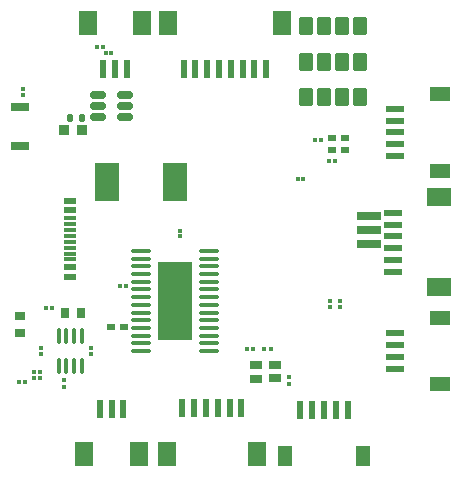
<source format=gbr>
%TF.GenerationSoftware,KiCad,Pcbnew,9.0.6*%
%TF.CreationDate,2025-12-27T02:42:01+01:00*%
%TF.ProjectId,hardware,68617264-7761-4726-952e-6b696361645f,rev?*%
%TF.SameCoordinates,Original*%
%TF.FileFunction,Paste,Top*%
%TF.FilePolarity,Positive*%
%FSLAX46Y46*%
G04 Gerber Fmt 4.6, Leading zero omitted, Abs format (unit mm)*
G04 Created by KiCad (PCBNEW 9.0.6) date 2025-12-27 02:42:01*
%MOMM*%
%LPD*%
G01*
G04 APERTURE LIST*
G04 Aperture macros list*
%AMRoundRect*
0 Rectangle with rounded corners*
0 $1 Rounding radius*
0 $2 $3 $4 $5 $6 $7 $8 $9 X,Y pos of 4 corners*
0 Add a 4 corners polygon primitive as box body*
4,1,4,$2,$3,$4,$5,$6,$7,$8,$9,$2,$3,0*
0 Add four circle primitives for the rounded corners*
1,1,$1+$1,$2,$3*
1,1,$1+$1,$4,$5*
1,1,$1+$1,$6,$7*
1,1,$1+$1,$8,$9*
0 Add four rect primitives between the rounded corners*
20,1,$1+$1,$2,$3,$4,$5,0*
20,1,$1+$1,$4,$5,$6,$7,0*
20,1,$1+$1,$6,$7,$8,$9,0*
20,1,$1+$1,$8,$9,$2,$3,0*%
G04 Aperture macros list end*
%ADD10RoundRect,0.180000X0.420000X-0.570000X0.420000X0.570000X-0.420000X0.570000X-0.420000X-0.570000X0*%
%ADD11R,1.550000X0.600000*%
%ADD12R,1.800000X1.200000*%
%ADD13R,0.900000X0.800000*%
%ADD14R,0.600000X1.550000*%
%ADD15R,1.500000X2.000000*%
%ADD16R,0.320000X0.370000*%
%ADD17R,2.000000X0.800000*%
%ADD18R,0.300000X0.320000*%
%ADD19R,1.200000X1.800000*%
%ADD20R,0.800000X0.900000*%
%ADD21R,0.320000X0.300000*%
%ADD22R,0.640000X0.540000*%
%ADD23R,2.150000X3.320000*%
%ADD24R,2.000000X1.500000*%
%ADD25R,0.370000X0.320000*%
%ADD26O,1.730000X0.340000*%
%ADD27R,2.900000X6.700000*%
%ADD28R,0.810000X0.860000*%
%ADD29R,1.100000X0.800000*%
%ADD30RoundRect,0.140000X-0.140000X-0.170000X0.140000X-0.170000X0.140000X0.170000X-0.140000X0.170000X0*%
%ADD31R,0.790000X0.540000*%
%ADD32RoundRect,0.150000X-0.512500X-0.150000X0.512500X-0.150000X0.512500X0.150000X-0.512500X0.150000X0*%
%ADD33R,1.520000X0.800000*%
%ADD34O,0.330000X1.500000*%
%ADD35R,1.100000X0.550000*%
%ADD36R,1.100000X0.300000*%
G04 APERTURE END LIST*
D10*
%TO.C,U67*%
X164500000Y-90000000D03*
%TD*%
D11*
%TO.C,METEOR1*%
X167460000Y-101000000D03*
X167460000Y-100000000D03*
X167460000Y-99000000D03*
X167460000Y-98000000D03*
X167460000Y-97000000D03*
D12*
X171340000Y-102300000D03*
X171340000Y-95700000D03*
%TD*%
D13*
%TO.C,C28*%
X135750000Y-114550000D03*
X135750000Y-115950000D03*
%TD*%
D14*
%TO.C,BUZ1*%
X142500000Y-122370000D03*
X143500000Y-122370000D03*
X144500000Y-122370000D03*
D15*
X145800000Y-126250000D03*
X141200000Y-126250000D03*
%TD*%
D16*
%TO.C,C9*%
X158500000Y-119730000D03*
X158500000Y-120270000D03*
%TD*%
D17*
%TO.C,U4*%
X165300000Y-108450000D03*
X165300000Y-107250000D03*
X165300000Y-106050000D03*
%TD*%
D18*
%TO.C,R18*%
X159740000Y-102900000D03*
X159260000Y-102900000D03*
%TD*%
%TO.C,R24*%
X143490000Y-92250000D03*
X143010000Y-92250000D03*
%TD*%
D10*
%TO.C,U70*%
X161500000Y-90000000D03*
%TD*%
D14*
%TO.C,A_VTX1*%
X159500000Y-122510000D03*
X160500000Y-122510000D03*
X161500000Y-122510000D03*
X162500000Y-122510000D03*
X163500000Y-122510000D03*
D19*
X158200000Y-126390000D03*
X164800000Y-126390000D03*
%TD*%
D20*
%TO.C,C26*%
X139550000Y-114250000D03*
X140950000Y-114250000D03*
%TD*%
D10*
%TO.C,U15*%
X161500000Y-93000000D03*
%TD*%
D21*
%TO.C,R249*%
X137500000Y-117260000D03*
X137500000Y-117740000D03*
%TD*%
%TO.C,R21*%
X149330000Y-107300000D03*
X149330000Y-107780000D03*
%TD*%
D10*
%TO.C,U13*%
X161500000Y-96000000D03*
%TD*%
D14*
%TO.C,CAM1*%
X144800000Y-93640000D03*
X143800000Y-93640000D03*
X142800000Y-93640000D03*
D15*
X141500000Y-89760000D03*
X146100000Y-89760000D03*
%TD*%
D16*
%TO.C,C24*%
X139500000Y-119980000D03*
X139500000Y-120520000D03*
%TD*%
D22*
%TO.C,LED1*%
X162160000Y-99500000D03*
X163240000Y-99500000D03*
%TD*%
D10*
%TO.C,U59*%
X163000000Y-96000000D03*
%TD*%
D23*
%TO.C,U11*%
X148910000Y-103200000D03*
X143090000Y-103200000D03*
%TD*%
D10*
%TO.C,U69*%
X160000000Y-90000000D03*
%TD*%
D14*
%TO.C,HD_VIDEO1*%
X149500000Y-122310000D03*
X150500000Y-122310000D03*
X151500000Y-122310000D03*
X152500000Y-122310000D03*
X153500000Y-122310000D03*
X154500000Y-122310000D03*
D15*
X155800000Y-126190000D03*
X148200000Y-126190000D03*
%TD*%
D11*
%TO.C,GPS1*%
X167360000Y-110800000D03*
X167360000Y-109800000D03*
X167360000Y-108800000D03*
X167360000Y-107800000D03*
X167360000Y-106800000D03*
X167360000Y-105800000D03*
D24*
X171240000Y-104500000D03*
X171240000Y-112100000D03*
%TD*%
D10*
%TO.C,U66*%
X164500000Y-96000000D03*
%TD*%
D18*
%TO.C,R28*%
X162400000Y-101410000D03*
X161920000Y-101410000D03*
%TD*%
D16*
%TO.C,C7*%
X162000000Y-113770000D03*
X162000000Y-113230000D03*
%TD*%
D18*
%TO.C,R25*%
X144740000Y-112000000D03*
X144260000Y-112000000D03*
%TD*%
D25*
%TO.C,C25*%
X137930000Y-113900000D03*
X138470000Y-113900000D03*
%TD*%
D10*
%TO.C,U71*%
X163000000Y-90000000D03*
%TD*%
D11*
%TO.C,RECIEVER1*%
X167460000Y-119000000D03*
X167460000Y-118000000D03*
X167460000Y-117000000D03*
X167460000Y-116000000D03*
D12*
X171340000Y-114700000D03*
X171340000Y-120300000D03*
%TD*%
D16*
%TO.C,C12*%
X162810000Y-113770000D03*
X162810000Y-113230000D03*
%TD*%
D26*
%TO.C,U10*%
X151740000Y-117500000D03*
X151740000Y-116850000D03*
X151740000Y-116200000D03*
X151740000Y-115550000D03*
X151740000Y-114900000D03*
X151740000Y-114250000D03*
X151740000Y-113590000D03*
X151740000Y-112940000D03*
X151740000Y-112290000D03*
X151740000Y-111640000D03*
X151740000Y-110990000D03*
X151740000Y-110340000D03*
X151740000Y-109690000D03*
X151740000Y-109040000D03*
X146000000Y-109040000D03*
X146000000Y-109690000D03*
X146000000Y-110340000D03*
X146000000Y-110990000D03*
X146000000Y-111640000D03*
X146000000Y-112290000D03*
X146000000Y-112940000D03*
X146000000Y-113590000D03*
X146000000Y-114250000D03*
X146000000Y-114900000D03*
X146000000Y-115550000D03*
X146000000Y-116200000D03*
X146000000Y-116850000D03*
X146000000Y-117500000D03*
D27*
X148870000Y-113270000D03*
%TD*%
D18*
%TO.C,R248*%
X137440000Y-119250000D03*
X136960000Y-119250000D03*
%TD*%
D16*
%TO.C,C128*%
X141750000Y-117230000D03*
X141750000Y-117770000D03*
%TD*%
D18*
%TO.C,R246*%
X135660000Y-120100000D03*
X136140000Y-120100000D03*
%TD*%
D28*
%TO.C,R4*%
X139500000Y-98750000D03*
X141000000Y-98750000D03*
%TD*%
D14*
%TO.C,ESC1*%
X156600000Y-93640000D03*
X155600000Y-93640000D03*
X154600000Y-93640000D03*
X153600000Y-93640000D03*
X152600000Y-93640000D03*
X151600000Y-93640000D03*
X150600000Y-93640000D03*
X149600000Y-93640000D03*
D15*
X148300000Y-89760000D03*
X157900000Y-89760000D03*
%TD*%
D18*
%TO.C,R247*%
X137440000Y-119750000D03*
X136960000Y-119750000D03*
%TD*%
D10*
%TO.C,U5*%
X160000000Y-96000000D03*
%TD*%
D18*
%TO.C,R27*%
X161240000Y-99600000D03*
X160760000Y-99600000D03*
%TD*%
D25*
%TO.C,C2*%
X156430000Y-117300000D03*
X156970000Y-117300000D03*
%TD*%
%TO.C,C1*%
X155520000Y-117300000D03*
X154980000Y-117300000D03*
%TD*%
D29*
%TO.C,U9*%
X157300000Y-118670000D03*
X155700000Y-118680000D03*
X155700000Y-119830000D03*
X157300000Y-119820000D03*
%TD*%
D10*
%TO.C,U14*%
X163000000Y-93000000D03*
%TD*%
D30*
%TO.C,R3*%
X140000000Y-97750000D03*
X141000000Y-97750000D03*
%TD*%
D22*
%TO.C,LED2*%
X162200000Y-100500000D03*
X163280000Y-100500000D03*
%TD*%
D25*
%TO.C,C31*%
X142230000Y-91750000D03*
X142770000Y-91750000D03*
%TD*%
D10*
%TO.C,U6*%
X164500000Y-93000000D03*
%TD*%
D31*
%TO.C,C30*%
X143450000Y-115500000D03*
X144550000Y-115500000D03*
%TD*%
D10*
%TO.C,U12*%
X160000000Y-93000000D03*
%TD*%
D32*
%TO.C,U7*%
X142362500Y-95800000D03*
X142362500Y-96750000D03*
X142362500Y-97700000D03*
X144637500Y-97700000D03*
X144637500Y-96750000D03*
X144637500Y-95800000D03*
%TD*%
D21*
%TO.C,R17*%
X136000000Y-95840000D03*
X136000000Y-95360000D03*
%TD*%
D33*
%TO.C,SW1*%
X135750000Y-96850000D03*
X135750000Y-100150000D03*
%TD*%
D34*
%TO.C,U52*%
X139020000Y-118750000D03*
X139670000Y-118750000D03*
X140330000Y-118750000D03*
X140980000Y-118750000D03*
X140980000Y-116250000D03*
X140330000Y-116250000D03*
X139670000Y-116250000D03*
X139020000Y-116250000D03*
%TD*%
D35*
%TO.C,USB1*%
X139962500Y-104800000D03*
X139962500Y-105600000D03*
D36*
X139962500Y-106250000D03*
X139962500Y-106750000D03*
X139962500Y-107250000D03*
X139962500Y-107750000D03*
X139962500Y-108250000D03*
X139962500Y-108750000D03*
X139962500Y-109250000D03*
X139962500Y-109750000D03*
D35*
X139962500Y-110400000D03*
X139962500Y-111200000D03*
%TD*%
M02*

</source>
